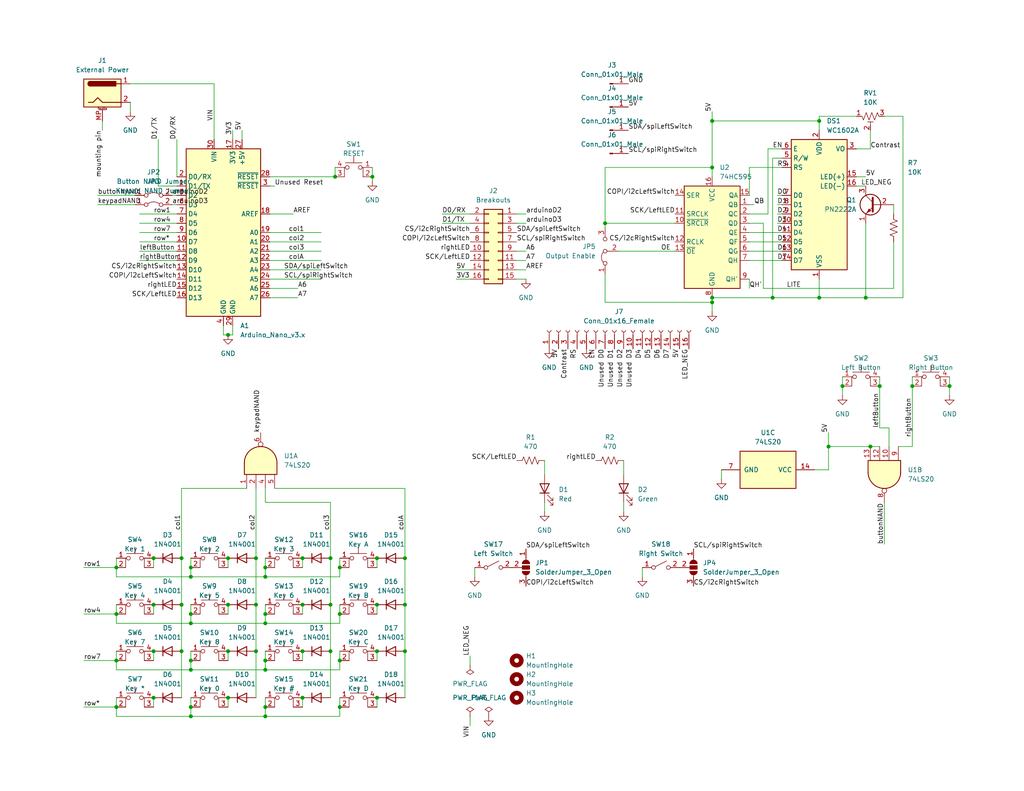
<source format=kicad_sch>
(kicad_sch (version 20211123) (generator eeschema)
  (paper "USLetter")
  (title_block (title "Cow Pi") (date "2022-08-01") (rev "mk3a") (comment 1 "5V Arduino Nano") (comment 2 "Through-Hole PCB") (comment 3 "SPI- or I2C-controlled LCD1602"))
  (junction (at 62.23 190.5))
  (junction (at 72.39 193.04))
  (junction (at 72.39 195.58))
  (junction (at 69.85 165.1))
  (junction (at 165.1 60.96))
  (junction (at 62.23 177.8))
  (junction (at 72.39 180.34))
  (junction (at 110.49 177.8))
  (junction (at 82.55 177.8))
  (junction (at 102.87 165.1))
  (junction (at 92.71 180.34))
  (junction (at 240.03 105.41))
  (junction (at 72.39 167.64))
  (junction (at 248.92 105.41))
  (junction (at 223.52 33.02))
  (junction (at 92.71 154.94))
  (junction (at 223.52 81.28))
  (junction (at 31.75 180.34))
  (junction (at 82.55 152.4))
  (junction (at 41.91 165.1))
  (junction (at 226.06 121.92))
  (junction (at 194.31 81.28))
  (junction (at 72.39 154.94))
  (junction (at 102.87 177.8))
  (junction (at 41.91 177.8))
  (junction (at 90.17 152.4))
  (junction (at 62.23 152.4))
  (junction (at 92.71 167.64))
  (junction (at 41.91 190.5))
  (junction (at 101.6 48.26))
  (junction (at 229.87 105.41))
  (junction (at 91.44 48.26))
  (junction (at 62.23 91.44))
  (junction (at 52.07 182.88))
  (junction (at 194.31 33.02))
  (junction (at 41.91 152.4))
  (junction (at 102.87 152.4))
  (junction (at 62.23 165.1))
  (junction (at 31.75 193.04))
  (junction (at 31.75 167.64))
  (junction (at 52.07 154.94))
  (junction (at 259.08 105.41))
  (junction (at 82.55 190.5))
  (junction (at 82.55 165.1))
  (junction (at 69.85 152.4))
  (junction (at 194.31 82.55))
  (junction (at 210.82 81.28))
  (junction (at 72.39 182.88))
  (junction (at 31.75 154.94))
  (junction (at 49.53 152.4))
  (junction (at 52.07 157.48))
  (junction (at 90.17 177.8))
  (junction (at 237.49 121.92))
  (junction (at 52.07 180.34))
  (junction (at 49.53 165.1))
  (junction (at 52.07 193.04))
  (junction (at 110.49 165.1))
  (junction (at 52.07 167.64))
  (junction (at 52.07 195.58))
  (junction (at 72.39 170.18))
  (junction (at 236.22 81.28))
  (junction (at 72.39 157.48))
  (junction (at 110.49 152.4))
  (junction (at 49.53 177.8))
  (junction (at 90.17 165.1))
  (junction (at 102.87 190.5))
  (junction (at 194.31 45.72))
  (junction (at 52.07 170.18))
  (junction (at 69.85 177.8))
  (junction (at 92.71 193.04))
  (wire (pts (xy 229.87 102.87) (xy 229.87 105.41)))
  (wire (pts (xy 194.31 81.28) (xy 210.82 81.28)))
  (wire (pts (xy 248.92 105.41) (xy 248.92 121.92)))
  (wire (pts (xy 72.39 190.5) (xy 72.39 193.04)))
  (wire (pts (xy 212.09 53.34) (xy 213.36 53.34)))
  (wire (pts (xy 31.75 195.58) (xy 52.07 195.58)))
  (wire (pts (xy 233.68 31.75) (xy 223.52 31.75)))
  (wire (pts (xy 175.26 154.94) (xy 175.26 157.48)))
  (wire (pts (xy 212.09 55.88) (xy 213.36 55.88)))
  (wire (pts (xy 194.31 30.48) (xy 194.31 33.02)))
  (wire (pts (xy 92.71 165.1) (xy 92.71 167.64)))
  (wire (pts (xy 69.85 133.35) (xy 69.85 152.4)))
  (wire (pts (xy 73.66 66.04) (xy 87.63 66.04)))
  (wire (pts (xy 165.1 45.72) (xy 194.31 45.72)))
  (wire (pts (xy 69.85 177.8) (xy 69.85 190.5)))
  (wire (pts (xy 170.18 137.16) (xy 170.18 139.7)))
  (wire (pts (xy 208.28 78.74) (xy 243.84 78.74)))
  (wire (pts (xy 92.71 154.94) (xy 92.71 157.48)))
  (wire (pts (xy 38.1 66.04) (xy 48.26 66.04)))
  (wire (pts (xy 52.07 167.64) (xy 52.07 170.18)))
  (wire (pts (xy 52.07 170.18) (xy 72.39 170.18)))
  (wire (pts (xy 102.87 152.4) (xy 102.87 154.94)))
  (wire (pts (xy 58.42 22.86) (xy 58.42 38.1)))
  (wire (pts (xy 102.87 190.5) (xy 102.87 193.04)))
  (wire (pts (xy 194.31 81.28) (xy 194.31 82.55)))
  (wire (pts (xy 213.36 43.18) (xy 210.82 43.18)))
  (wire (pts (xy 69.85 152.4) (xy 69.85 165.1)))
  (wire (pts (xy 204.47 66.04) (xy 213.36 66.04)))
  (wire (pts (xy 204.47 53.34) (xy 204.47 45.72)))
  (wire (pts (xy 31.75 157.48) (xy 52.07 157.48)))
  (wire (pts (xy 62.23 177.8) (xy 62.23 180.34)))
  (wire (pts (xy 52.07 193.04) (xy 52.07 195.58)))
  (wire (pts (xy 90.17 190.5) (xy 90.17 177.8)))
  (wire (pts (xy 208.28 60.96) (xy 208.28 78.74)))
  (wire (pts (xy 72.39 167.64) (xy 72.39 170.18)))
  (wire (pts (xy 31.75 152.4) (xy 31.75 154.94)))
  (wire (pts (xy 82.55 165.1) (xy 82.55 167.64)))
  (wire (pts (xy 204.47 71.12) (xy 213.36 71.12)))
  (wire (pts (xy 140.97 76.2) (xy 143.51 76.2)))
  (wire (pts (xy 41.91 152.4) (xy 41.91 154.94)))
  (wire (pts (xy 22.86 154.94) (xy 31.75 154.94)))
  (wire (pts (xy 66.04 35.56) (xy 66.04 38.1)))
  (wire (pts (xy 31.75 154.94) (xy 31.75 157.48)))
  (wire (pts (xy 46.99 53.34) (xy 48.26 53.34)))
  (wire (pts (xy 204.47 63.5) (xy 213.36 63.5)))
  (wire (pts (xy 110.49 165.1) (xy 110.49 152.4)))
  (wire (pts (xy 233.68 48.26) (xy 236.22 48.26)))
  (wire (pts (xy 120.65 58.42) (xy 128.27 58.42)))
  (wire (pts (xy 223.52 76.2) (xy 223.52 81.28)))
  (wire (pts (xy 241.3 137.16) (xy 241.3 148.59)))
  (wire (pts (xy 46.99 55.88) (xy 48.26 55.88)))
  (wire (pts (xy 165.1 60.96) (xy 165.1 45.72)))
  (wire (pts (xy 31.75 190.5) (xy 31.75 193.04)))
  (wire (pts (xy 110.49 152.4) (xy 110.49 133.35)))
  (wire (pts (xy 90.17 165.1) (xy 90.17 152.4)))
  (wire (pts (xy 243.84 78.74) (xy 243.84 66.04)))
  (wire (pts (xy 22.86 167.64) (xy 31.75 167.64)))
  (wire (pts (xy 248.92 121.92) (xy 245.11 121.92)))
  (wire (pts (xy 92.71 177.8) (xy 92.71 180.34)))
  (wire (pts (xy 26.67 55.88) (xy 36.83 55.88)))
  (wire (pts (xy 73.66 81.28) (xy 81.28 81.28)))
  (wire (pts (xy 210.82 81.28) (xy 223.52 81.28)))
  (wire (pts (xy 140.97 68.58) (xy 143.51 68.58)))
  (wire (pts (xy 226.06 128.27) (xy 226.06 121.92)))
  (wire (pts (xy 63.5 91.44) (xy 62.23 91.44)))
  (wire (pts (xy 72.39 165.1) (xy 72.39 167.64)))
  (wire (pts (xy 74.93 133.35) (xy 110.49 133.35)))
  (wire (pts (xy 212.09 58.42) (xy 213.36 58.42)))
  (wire (pts (xy 52.07 165.1) (xy 52.07 167.64)))
  (wire (pts (xy 52.07 177.8) (xy 52.07 180.34)))
  (wire (pts (xy 259.08 102.87) (xy 259.08 105.41)))
  (wire (pts (xy 52.07 180.34) (xy 52.07 182.88)))
  (wire (pts (xy 148.59 137.16) (xy 148.59 139.7)))
  (wire (pts (xy 223.52 35.56) (xy 223.52 33.02)))
  (wire (pts (xy 49.53 165.1) (xy 49.53 177.8)))
  (wire (pts (xy 49.53 177.8) (xy 49.53 190.5)))
  (wire (pts (xy 82.55 190.5) (xy 82.55 193.04)))
  (wire (pts (xy 242.57 116.84) (xy 242.57 121.92)))
  (wire (pts (xy 92.71 182.88) (xy 92.71 180.34)))
  (wire (pts (xy 204.47 55.88) (xy 205.74 55.88)))
  (wire (pts (xy 52.07 182.88) (xy 72.39 182.88)))
  (wire (pts (xy 62.23 190.5) (xy 62.23 193.04)))
  (wire (pts (xy 240.03 102.87) (xy 240.03 105.41)))
  (wire (pts (xy 31.75 177.8) (xy 31.75 180.34)))
  (wire (pts (xy 31.75 182.88) (xy 52.07 182.88)))
  (wire (pts (xy 60.96 91.44) (xy 62.23 91.44)))
  (wire (pts (xy 72.39 180.34) (xy 72.39 182.88)))
  (wire (pts (xy 226.06 121.92) (xy 237.49 121.92)))
  (wire (pts (xy 22.86 180.34) (xy 31.75 180.34)))
  (wire (pts (xy 246.38 81.28) (xy 246.38 31.75)))
  (wire (pts (xy 237.49 40.64) (xy 237.49 35.56)))
  (wire (pts (xy 73.66 50.8) (xy 74.93 50.8)))
  (wire (pts (xy 82.55 177.8) (xy 82.55 180.34)))
  (wire (pts (xy 204.47 76.2) (xy 204.47 78.74)))
  (wire (pts (xy 194.31 45.72) (xy 194.31 48.26)))
  (wire (pts (xy 204.47 58.42) (xy 209.55 58.42)))
  (wire (pts (xy 90.17 152.4) (xy 90.17 137.16)))
  (wire (pts (xy 128.27 179.07) (xy 128.27 181.61)))
  (wire (pts (xy 26.67 53.34) (xy 36.83 53.34)))
  (wire (pts (xy 31.75 170.18) (xy 52.07 170.18)))
  (wire (pts (xy 168.91 68.58) (xy 184.15 68.58)))
  (wire (pts (xy 35.56 22.86) (xy 58.42 22.86)))
  (wire (pts (xy 72.39 193.04) (xy 72.39 195.58)))
  (wire (pts (xy 38.1 63.5) (xy 48.26 63.5)))
  (wire (pts (xy 165.1 74.93) (xy 165.1 82.55)))
  (wire (pts (xy 31.75 167.64) (xy 31.75 170.18)))
  (wire (pts (xy 246.38 31.75) (xy 241.3 31.75)))
  (wire (pts (xy 223.52 33.02) (xy 194.31 33.02)))
  (wire (pts (xy 43.18 50.8) (xy 43.18 38.1)))
  (wire (pts (xy 212.09 60.96) (xy 213.36 60.96)))
  (wire (pts (xy 38.1 58.42) (xy 48.26 58.42)))
  (wire (pts (xy 196.85 128.27) (xy 196.85 130.81)))
  (wire (pts (xy 73.66 76.2) (xy 87.63 76.2)))
  (wire (pts (xy 101.6 45.72) (xy 101.6 48.26)))
  (wire (pts (xy 204.47 60.96) (xy 208.28 60.96)))
  (wire (pts (xy 229.87 105.41) (xy 229.87 107.95)))
  (wire (pts (xy 240.03 105.41) (xy 240.03 116.84)))
  (wire (pts (xy 31.75 180.34) (xy 31.75 182.88)))
  (wire (pts (xy 67.31 133.35) (xy 49.53 133.35)))
  (wire (pts (xy 72.39 157.48) (xy 92.71 157.48)))
  (wire (pts (xy 140.97 60.96) (xy 143.51 60.96)))
  (wire (pts (xy 140.97 58.42) (xy 143.51 58.42)))
  (wire (pts (xy 194.31 82.55) (xy 194.31 85.09)))
  (wire (pts (xy 22.86 193.04) (xy 31.75 193.04)))
  (wire (pts (xy 41.91 190.5) (xy 41.91 193.04)))
  (wire (pts (xy 72.39 182.88) (xy 92.71 182.88)))
  (wire (pts (xy 210.82 43.18) (xy 210.82 81.28)))
  (wire (pts (xy 62.23 165.1) (xy 62.23 167.64)))
  (wire (pts (xy 124.46 73.66) (xy 128.27 73.66)))
  (wire (pts (xy 72.39 137.16) (xy 90.17 137.16)))
  (wire (pts (xy 35.56 27.94) (xy 35.56 30.48)))
  (wire (pts (xy 248.92 102.87) (xy 248.92 105.41)))
  (wire (pts (xy 38.1 60.96) (xy 48.26 60.96)))
  (wire (pts (xy 223.52 31.75) (xy 223.52 33.02)))
  (wire (pts (xy 90.17 177.8) (xy 90.17 165.1)))
  (wire (pts (xy 243.84 55.88) (xy 243.84 58.42)))
  (wire (pts (xy 233.68 40.64) (xy 237.49 40.64)))
  (wire (pts (xy 92.71 170.18) (xy 92.71 167.64)))
  (wire (pts (xy 63.5 35.56) (xy 63.5 38.1)))
  (wire (pts (xy 52.07 154.94) (xy 52.07 157.48)))
  (wire (pts (xy 236.22 81.28) (xy 246.38 81.28)))
  (wire (pts (xy 73.66 73.66) (xy 87.63 73.66)))
  (wire (pts (xy 102.87 165.1) (xy 102.87 167.64)))
  (wire (pts (xy 72.39 195.58) (xy 92.71 195.58)))
  (wire (pts (xy 226.06 118.11) (xy 226.06 121.92)))
  (wire (pts (xy 204.47 45.72) (xy 213.36 45.72)))
  (wire (pts (xy 49.53 152.4) (xy 49.53 165.1)))
  (wire (pts (xy 41.91 165.1) (xy 41.91 167.64)))
  (wire (pts (xy 204.47 68.58) (xy 213.36 68.58)))
  (wire (pts (xy 170.18 125.73) (xy 170.18 129.54)))
  (wire (pts (xy 52.07 190.5) (xy 52.07 193.04)))
  (wire (pts (xy 209.55 58.42) (xy 209.55 40.64)))
  (wire (pts (xy 38.1 68.58) (xy 48.26 68.58)))
  (wire (pts (xy 165.1 82.55) (xy 194.31 82.55)))
  (wire (pts (xy 91.44 45.72) (xy 91.44 48.26)))
  (wire (pts (xy 73.66 78.74) (xy 81.28 78.74)))
  (wire (pts (xy 72.39 133.35) (xy 72.39 137.16)))
  (wire (pts (xy 194.31 33.02) (xy 194.31 45.72)))
  (wire (pts (xy 124.46 76.2) (xy 128.27 76.2)))
  (wire (pts (xy 62.23 152.4) (xy 62.23 154.94)))
  (wire (pts (xy 148.59 125.73) (xy 148.59 129.54)))
  (wire (pts (xy 240.03 116.84) (xy 242.57 116.84)))
  (wire (pts (xy 165.1 60.96) (xy 165.1 62.23)))
  (wire (pts (xy 38.1 71.12) (xy 48.26 71.12)))
  (wire (pts (xy 92.71 152.4) (xy 92.71 154.94)))
  (wire (pts (xy 52.07 157.48) (xy 72.39 157.48)))
  (wire (pts (xy 31.75 193.04) (xy 31.75 195.58)))
  (wire (pts (xy 69.85 165.1) (xy 69.85 177.8)))
  (wire (pts (xy 72.39 154.94) (xy 72.39 157.48)))
  (wire (pts (xy 110.49 190.5) (xy 110.49 177.8)))
  (wire (pts (xy 128.27 195.58) (xy 128.27 198.12)))
  (wire (pts (xy 237.49 121.92) (xy 240.03 121.92)))
  (wire (pts (xy 63.5 88.9) (xy 63.5 91.44)))
  (wire (pts (xy 49.53 133.35) (xy 49.53 152.4)))
  (wire (pts (xy 209.55 40.64) (xy 213.36 40.64)))
  (wire (pts (xy 259.08 105.41) (xy 259.08 107.95)))
  (wire (pts (xy 165.1 60.96) (xy 184.15 60.96)))
  (wire (pts (xy 31.75 165.1) (xy 31.75 167.64)))
  (wire (pts (xy 73.66 71.12) (xy 87.63 71.12)))
  (wire (pts (xy 233.68 50.8) (xy 236.22 50.8)))
  (wire (pts (xy 52.07 152.4) (xy 52.07 154.94)))
  (wire (pts (xy 82.55 152.4) (xy 82.55 154.94)))
  (wire (pts (xy 92.71 190.5) (xy 92.71 193.04)))
  (wire (pts (xy 41.91 177.8) (xy 41.91 180.34)))
  (wire (pts (xy 48.26 38.1) (xy 48.26 48.26)))
  (wire (pts (xy 60.96 88.9) (xy 60.96 91.44)))
  (wire (pts (xy 92.71 195.58) (xy 92.71 193.04)))
  (wire (pts (xy 102.87 177.8) (xy 102.87 180.34)))
  (wire (pts (xy 72.39 152.4) (xy 72.39 154.94)))
  (wire (pts (xy 73.66 68.58) (xy 87.63 68.58)))
  (wire (pts (xy 140.97 71.12) (xy 143.51 71.12)))
  (wire (pts (xy 101.6 48.26) (xy 101.6 49.53)))
  (wire (pts (xy 48.26 50.8) (xy 43.18 50.8)))
  (wire (pts (xy 140.97 73.66) (xy 143.51 73.66)))
  (wire (pts (xy 72.39 177.8) (xy 72.39 180.34)))
  (wire (pts (xy 27.94 33.02) (xy 27.94 35.56)))
  (wire (pts (xy 73.66 58.42) (xy 80.01 58.42)))
  (wire (pts (xy 222.25 128.27) (xy 226.06 128.27)))
  (wire (pts (xy 73.66 63.5) (xy 87.63 63.5)))
  (wire (pts (xy 236.22 81.28) (xy 223.52 81.28)))
  (wire (pts (xy 72.39 170.18) (xy 92.71 170.18)))
  (wire (pts (xy 236.22 60.96) (xy 236.22 81.28)))
  (wire (pts (xy 120.65 60.96) (xy 128.27 60.96)))
  (wire (pts (xy 110.49 177.8) (xy 110.49 165.1)))
  (wire (pts (xy 73.66 48.26) (xy 91.44 48.26)))
  (wire (pts (xy 52.07 195.58) (xy 72.39 195.58)))
  (wire (pts (xy 129.54 154.94) (xy 129.54 157.48)))
  (label "rightLED" (at 162.56 125.73 180))
  (label "keypadNAND" (at 26.67 55.88 0))
  (label "AREF" (at 80.01 58.42 0))
  (label "D3" (at 212.09 60.96 0))
  (label "CS{slash}i2cRightSwitch" (at 189.23 160.02 0))
  (label "Unused Reset" (at 74.93 50.8 0))
  (label "buttonNAND" (at 26.67 53.34 0))
  (label "5V" (at 124.46 73.66 0))
  (label "SCL{slash}spiRightSwitch" (at 171.45 41.91 0))
  (label "SCK{slash}LeftLED" (at 128.27 71.12 180))
  (label "colA" (at 78.74 71.12 0))
  (label "D5" (at 212.09 66.04 0))
  (label "Unused D3" (at 172.72 95.25 270))
  (label "arduinoD3" (at 143.51 60.96 0))
  (label "3V3" (at 63.5 36.83 90))
  (label "SDA{slash}spiLeftSwitch" (at 140.97 63.5 0))
  (label "row4" (at 22.86 167.64 0))
  (label "5V" (at 236.22 48.26 0))
  (label "D0{slash}RX" (at 48.26 38.1 90))
  (label "row7" (at 22.86 180.34 0))
  (label "row1" (at 41.91 58.42 0))
  (label "LED_NEG" (at 128.27 179.07 90))
  (label "row*" (at 41.91 66.04 0))
  (label "rightButton" (at 38.1 71.12 0))
  (label "SCL{slash}spiRightSwitch" (at 140.97 66.04 0))
  (label "mounting pin" (at 27.94 35.56 270))
  (label "row*" (at 22.86 193.04 0))
  (label "D0" (at 212.09 53.34 0))
  (label "D7" (at 182.88 95.25 270))
  (label "D7" (at 212.09 71.12 0))
  (label "leftButton" (at 38.1 68.58 0))
  (label "CS{slash}i2cRightSwitch" (at 48.26 73.66 180))
  (label "VIN" (at 58.42 33.02 90))
  (label "col3" (at 78.74 68.58 0))
  (label "row7" (at 41.91 63.5 0))
  (label "COPI{slash}i2cLeftSwitch" (at 128.27 66.04 180))
  (label "COPI{slash}i2cLeftSwitch" (at 184.15 53.34 180))
  (label "arduinoD3" (at 46.99 55.88 0))
  (label "AREF" (at 143.51 73.66 0))
  (label "keypadNAND" (at 71.12 118.11 90))
  (label "EN" (at 162.56 95.25 270))
  (label "COPI{slash}i2cLeftSwitch" (at 143.51 160.02 0))
  (label "D1" (at 212.09 55.88 0))
  (label "QB" (at 205.74 55.88 0))
  (label "EN" (at 210.82 40.64 0))
  (label "COPI{slash}i2cLeftSwitch" (at 48.26 76.2 180))
  (label "LITE" (at 214.63 78.74 0))
  (label "A7" (at 143.51 71.12 0))
  (label "SCK{slash}LeftLED" (at 184.15 58.42 180))
  (label "SCL{slash}spiRightSwitch" (at 189.23 149.86 0))
  (label "SDA{slash}spiLeftSwitch" (at 77.47 73.66 0))
  (label "5V" (at 226.06 118.11 90))
  (label "rightLED" (at 48.26 78.74 180))
  (label "D5" (at 177.8 95.25 270))
  (label "5V" (at 194.31 30.48 90))
  (label "colA" (at 110.49 144.78 90))
  (label "5V" (at 185.42 95.25 270))
  (label "D4" (at 212.09 63.5 0))
  (label "row4" (at 41.91 60.96 0))
  (label "A6" (at 81.28 78.74 0))
  (label "CS{slash}i2cRightSwitch" (at 128.27 63.5 180))
  (label "col1" (at 49.53 144.78 90))
  (label "CS{slash}i2cRightSwitch" (at 184.15 66.04 180))
  (label "buttonNAND" (at 241.3 148.59 90))
  (label "D0{slash}RX" (at 120.65 58.42 0))
  (label "LED_NEG" (at 187.96 95.25 270))
  (label "leftButton" (at 240.03 116.84 90))
  (label "5V" (at 66.04 35.56 90))
  (label "5V" (at 171.45 29.21 0))
  (label "D2" (at 212.09 58.42 0))
  (label "rightLED" (at 128.27 68.58 180))
  (label "SDA{slash}spiLeftSwitch" (at 171.45 35.56 0))
  (label "D4" (at 175.26 95.25 270))
  (label "Unused D2" (at 170.18 95.25 270))
  (label "SCL{slash}spiRightSwitch" (at 77.47 76.2 0))
  (label "SCK{slash}LeftLED" (at 48.26 81.28 180))
  (label "VIN" (at 128.27 198.12 270))
  (label "col2" (at 69.85 144.78 90))
  (label "col1" (at 78.74 63.5 0))
  (label "D6" (at 180.34 95.25 270))
  (label "QH'" (at 204.47 78.74 0))
  (label "A7" (at 81.28 81.28 0))
  (label "col2" (at 78.74 66.04 0))
  (label "LED_NEG" (at 234.95 50.8 0))
  (label "3V3" (at 124.46 76.2 0))
  (label "arduinoD2" (at 46.99 53.34 0))
  (label "D1{slash}TX" (at 120.65 60.96 0))
  (label "D1{slash}TX" (at 43.18 38.1 90))
  (label "Contrast" (at 237.49 40.64 0))
  (label "D6" (at 212.09 68.58 0))
  (label "rightButton" (at 248.92 119.38 90))
  (label "row1" (at 22.86 154.94 0))
  (label "SDA{slash}spiLeftSwitch" (at 143.51 149.86 0))
  (label "col3" (at 90.17 144.78 90))
  (label "Contrast" (at 154.94 95.25 270))
  (label "Unused D0" (at 165.1 95.25 270))
  (label "Unused D1" (at 167.64 95.25 270))
  (label "RS" (at 212.09 45.72 0))
  (label "A6" (at 143.51 68.58 0))
  (label "OE" (at 180.34 68.58 0))
  (label "5V" (at 152.4 95.25 270))
  (label "SCK{slash}LeftLED" (at 140.97 125.73 180))
  (label "GND" (at 171.45 22.86 0))
  (label "arduinoD2" (at 143.51 58.42 0))
  (label "RS" (at 157.48 95.25 270))
  (symbol (lib_id "Switch:SW_MEC_5E") (at 254 105.41 0) (unit 1)
    (property "Reference" "SW3" (at 254 97.79 0))
    (property "Value" "Right Button" (at 254 100.33 0))
    (property "Footprint" "Button_Switch_THT:SW_PUSH_6mm_H5mm" (effects hide))
    (property "Datasheet" "http://www.apem.com/int/index.php?controller=attachment&id_attachment=1371" (effects hide))
  )
  (symbol (lib_id "power:GND") (at 143.51 76.2 0) (unit 1)
    (property "Reference" "#PWR016" (effects hide))
    (property "Value" "GND" (at 143.51 81.28 0))
  )
  (symbol (lib_id "Connector:Conn_01x01_Male") (at 166.37 35.56 0) (unit 1)
    (property "Reference" "J5" (at 167.005 30.48 0))
    (property "Value" "Conn_01x01_Male" (at 167.005 33.02 0))
    (property "Footprint" "TestPoint_Pad_D2.0mm" (effects hide))
  )
  (symbol (lib_id "Switch:SW_MEC_5E") (at 97.79 167.64 0) (unit 1)
    (property "Reference" "SW19" (at 97.79 160.02 0))
    (property "Value" "Key B" (at 97.79 162.56 0))
    (property "Footprint" "Button_Switch_THT:SW_PUSH_6mm_H5mm" (effects hide))
    (property "Datasheet" "http://www.apem.com/int/index.php?controller=attachment&id_attachment=1371" (effects hide))
  )
  (symbol (lib_id "Diode:1N4001") (at 86.36 177.8 0) (unit 1)
    (property "Reference" "D13" (at 86.36 171.45 0))
    (property "Value" "1N4001" (at 86.36 173.99 0))
    (property "Footprint" "Diode_THT:D_DO-41_SOD81_P10.16mm_Horizontal" (effects hide))
    (property "Datasheet" "http://www.vishay.com/docs/88503/1n4001.pdf" (effects hide))
  )
  (symbol (lib_id "Diode:1N4001") (at 66.04 190.5 0) (unit 1)
    (property "Reference" "D10" (at 66.04 184.15 0))
    (property "Value" "1N4001" (at 66.04 186.69 0))
    (property "Footprint" "Diode_THT:D_DO-41_SOD81_P10.16mm_Horizontal" (effects hide))
    (property "Datasheet" "http://www.vishay.com/docs/88503/1n4001.pdf" (effects hide))
  )
  (symbol (lib_id "Jumper:SolderJumper_3_Open") (at 143.51 154.94 270) (unit 1)
    (property "Reference" "JP1" (at 146.05 153.6699 90) (effects (justify left)))
    (property "Value" "SolderJumper_3_Open" (at 146.05 156.2099 90) (effects (justify left)))
    (property "Footprint" "Jumper:SolderJumper-3_P1.3mm_Open_RoundedPad1.0x1.5mm" (effects hide))
  )
  (symbol (lib_id "MCU_Module:Arduino_Nano_v3.x") (at 60.96 63.5 0) (unit 1)
    (property "Reference" "A1" (at 65.5194 88.9 0) (effects (justify left)))
    (property "Value" "Arduino_Nano_v3.x" (at 65.5194 91.44 0) (effects (justify left)))
    (property "Footprint" "Module:Arduino_Nano" (effects hide))
    (property "Datasheet" "http://www.mouser.com/pdfdocs/Gravitech_Arduino_Nano3_0.pdf" (effects hide))
  )
  (symbol (lib_id "Diode:1N4001") (at 86.36 152.4 0) (unit 1)
    (property "Reference" "D11" (at 86.36 146.05 0))
    (property "Value" "1N4001" (at 86.36 148.59 0))
    (property "Footprint" "Diode_THT:D_DO-41_SOD81_P10.16mm_Horizontal" (effects hide))
    (property "Datasheet" "http://www.vishay.com/docs/88503/1n4001.pdf" (effects hide))
  )
  (symbol (lib_id "Switch:SW_MEC_5E") (at 77.47 154.94 0) (unit 1)
    (property "Reference" "SW12" (at 77.47 147.32 0))
    (property "Value" "Key 3" (at 77.47 149.86 0))
    (property "Footprint" "Button_Switch_THT:SW_PUSH_6mm_H5mm" (effects hide))
    (property "Datasheet" "http://www.apem.com/int/index.php?controller=attachment&id_attachment=1371" (effects hide))
  )
  (symbol (lib_id "Jumper:SolderJumper_3_Open") (at 189.23 154.94 270) (unit 1)
    (property "Reference" "JP4" (at 191.77 153.6699 90) (effects (justify left)))
    (property "Value" "SolderJumper_3_Open" (at 191.77 156.2099 90) (effects (justify left)))
    (property "Footprint" "Jumper:SolderJumper-3_P1.3mm_Open_RoundedPad1.0x1.5mm" (effects hide))
  )
  (symbol (lib_id "74xx:74LS20") (at 71.12 125.73 90) (unit 1)
    (property "Reference" "U1" (at 77.47 124.4599 90) (effects (justify right)))
    (property "Value" "74LS20" (at 77.47 126.9999 90) (effects (justify right)))
    (property "Footprint" "Package_DIP:DIP-14_W7.62mm_Socket" (effects hide))
    (property "Datasheet" "http://www.ti.com/lit/gpn/sn74LS20" (effects hide))
  )
  (symbol (lib_id "power:GND") (at 229.87 107.95 0) (unit 1)
    (property "Reference" "#PWR07" (effects hide))
    (property "Value" "GND" (at 229.87 113.03 0))
  )
  (symbol (lib_id "Device:R_Potentiometer_Trim_US") (at 237.49 31.75 90) (mirror x) (unit 1)
    (property "Reference" "RV1" (at 237.49 25.4 90))
    (property "Value" "10K" (at 237.49 27.94 90))
    (property "Footprint" "Potentiometer_THT:Potentiometer_Vishay_248GJ-249GJ_Single_Vertical" (effects hide))
  )
  (symbol (lib_id "power:GND") (at 259.08 107.95 0) (unit 1)
    (property "Reference" "#PWR08" (effects hide))
    (property "Value" "GND" (at 259.08 113.03 0))
  )
  (symbol (lib_id "Switch:SW_SPST") (at 180.34 154.94 0) (unit 1)
    (property "Reference" "SW18" (at 180.34 148.59 0))
    (property "Value" "Right Switch" (at 180.34 151.13 0))
    (property "Footprint" "Button_Switch_THT:SW_Slide_1P2T_CK_OS102011MS2Q" (effects hide))
  )
  (symbol (lib_id "power:PWR_FLAG") (at 128.27 195.58 0) (unit 1)
    (property "Reference" "#FLG05" (effects hide))
    (property "Value" "PWR_FLAG" (at 128.27 190.5 0))
  )
  (symbol (lib_id "Display_Character:WC1602A") (at 223.52 55.88 0) (unit 1)
    (property "Reference" "DS1" (at 225.5394 33.02 0) (effects (justify left)))
    (property "Value" "WC1602A" (at 225.5394 35.56 0) (effects (justify left)))
    (property "Footprint" "Display:WC1602A" (effects hide))
    (property "Datasheet" "http://www.wincomlcd.com/pdf/WC1602A-SFYLYHTC06.pdf" (effects hide))
  )
  (symbol (lib_id "power:PWR_FLAG") (at 128.27 181.61 180) (unit 1)
    (property "Reference" "#FLG04" (effects hide))
    (property "Value" "PWR_FLAG" (at 128.27 186.69 0))
  )
  (symbol (lib_id "Switch:SW_MEC_5E") (at 36.83 167.64 0) (unit 1)
    (property "Reference" "SW5" (at 36.83 160.02 0))
    (property "Value" "Key 4" (at 36.83 162.56 0))
    (property "Footprint" "Button_Switch_THT:SW_PUSH_6mm_H5mm" (effects hide))
    (property "Datasheet" "http://www.apem.com/int/index.php?controller=attachment&id_attachment=1371" (effects hide))
  )
  (symbol (lib_id "power:GND") (at 62.23 91.44 0) (unit 1)
    (property "Reference" "#PWR06" (effects hide))
    (property "Value" "GND" (at 62.23 96.52 0))
  )
  (symbol (lib_id "Switch:SW_MEC_5E") (at 36.83 193.04 0) (unit 1)
    (property "Reference" "SW7" (at 36.83 185.42 0))
    (property "Value" "Key *" (at 36.83 187.96 0))
    (property "Footprint" "Button_Switch_THT:SW_PUSH_6mm_H5mm" (effects hide))
    (property "Datasheet" "http://www.apem.com/int/index.php?controller=attachment&id_attachment=1371" (effects hide))
  )
  (symbol (lib_id "Switch:SW_MEC_5E") (at 96.52 48.26 0) (mirror y) (unit 1)
    (property "Reference" "SW1" (at 96.52 39.37 0))
    (property "Value" "RESET" (at 96.52 41.91 0))
    (property "Footprint" "Button_Switch_THT:SW_PUSH_6mm_H5mm" (effects hide))
    (property "Datasheet" "http://www.apem.com/int/index.php?controller=attachment&id_attachment=1371" (effects hide))
  )
  (symbol (lib_id "Diode:1N4001") (at 45.72 190.5 0) (unit 1)
    (property "Reference" "D6" (at 45.72 184.15 0))
    (property "Value" "1N4001" (at 45.72 186.69 0))
    (property "Footprint" "Diode_THT:D_DO-41_SOD81_P10.16mm_Horizontal" (effects hide))
    (property "Datasheet" "http://www.vishay.com/docs/88503/1n4001.pdf" (effects hide))
  )
  (symbol (lib_id "power:GND") (at 129.54 157.48 0) (unit 1)
    (property "Reference" "#PWR04" (effects hide))
    (property "Value" "GND" (at 129.54 162.56 0))
  )
  (symbol (lib_id "Diode:1N4001") (at 66.04 177.8 0) (unit 1)
    (property "Reference" "D9" (at 66.04 171.45 0))
    (property "Value" "1N4001" (at 66.04 173.99 0))
    (property "Footprint" "Diode_THT:D_DO-41_SOD81_P10.16mm_Horizontal" (effects hide))
    (property "Datasheet" "http://www.vishay.com/docs/88503/1n4001.pdf" (effects hide))
  )
  (symbol (lib_id "power:GND") (at 194.31 85.09 0) (unit 1)
    (property "Reference" "#PWR013" (effects hide))
    (property "Value" "GND" (at 194.31 90.17 0))
  )
  (symbol (lib_id "Switch:SW_MEC_5E") (at 57.15 180.34 0) (unit 1)
    (property "Reference" "SW10" (at 57.15 172.72 0))
    (property "Value" "Key 8" (at 57.15 175.26 0))
    (property "Footprint" "Button_Switch_THT:SW_PUSH_6mm_H5mm" (effects hide))
    (property "Datasheet" "http://www.apem.com/int/index.php?controller=attachment&id_attachment=1371" (effects hide))
  )
  (symbol (lib_id "Switch:SW_MEC_5E") (at 234.95 105.41 0) (unit 1)
    (property "Reference" "SW2" (at 234.95 97.79 0))
    (property "Value" "Left Button" (at 234.95 100.33 0))
    (property "Footprint" "Button_Switch_THT:SW_PUSH_6mm_H5mm" (effects hide))
    (property "Datasheet" "http://www.apem.com/int/index.php?controller=attachment&id_attachment=1371" (effects hide))
  )
  (symbol (lib_id "Jumper:Jumper_2_Bridged") (at 41.91 53.34 0) (unit 1)
    (property "Reference" "JP2" (at 41.91 46.99 0))
    (property "Value" "Button NAND Jumper" (at 41.91 49.53 0))
    (property "Footprint" "Connector_PinHeader_2.54mm:PinHeader_1x02_P2.54mm_Vertical" (effects hide))
  )
  (symbol (lib_id "Mechanical:MountingHole") (at 140.97 185.42 0) (unit 1)
    (property "Reference" "H2" (at 143.51 184.1499 0) (effects (justify left)))
    (property "Value" "MountingHole" (at 143.51 186.6899 0) (effects (justify left)))
    (property "Footprint" "MountingHole:MountingHole_3mm_Pad" (effects hide))
  )
  (symbol (lib_id "Switch:SW_MEC_5E") (at 57.15 154.94 0) (unit 1)
    (property "Reference" "SW8" (at 57.15 147.32 0))
    (property "Value" "Key 2" (at 57.15 149.86 0))
    (property "Footprint" "Button_Switch_THT:SW_PUSH_6mm_H5mm" (effects hide))
    (property "Datasheet" "http://www.apem.com/int/index.php?controller=attachment&id_attachment=1371" (effects hide))
  )
  (symbol (lib_id "Diode:1N4001") (at 45.72 177.8 0) (unit 1)
    (property "Reference" "D5" (at 45.72 171.45 0))
    (property "Value" "1N4001" (at 45.72 173.99 0))
    (property "Footprint" "Diode_THT:D_DO-41_SOD81_P10.16mm_Horizontal" (effects hide))
    (property "Datasheet" "http://www.vishay.com/docs/88503/1n4001.pdf" (effects hide))
  )
  (symbol (lib_id "Switch:SW_MEC_5E") (at 77.47 193.04 0) (unit 1)
    (property "Reference" "SW15" (at 77.47 185.42 0))
    (property "Value" "Key #" (at 77.47 187.96 0))
    (property "Footprint" "Button_Switch_THT:SW_PUSH_6mm_H5mm" (effects hide))
    (property "Datasheet" "http://www.apem.com/int/index.php?controller=attachment&id_attachment=1371" (effects hide))
  )
  (symbol (lib_id "Diode:1N4001") (at 106.68 152.4 0) (unit 1)
    (property "Reference" "D15" (at 106.68 146.05 0))
    (property "Value" "1N4001" (at 106.68 148.59 0))
    (property "Footprint" "Diode_THT:D_DO-41_SOD81_P10.16mm_Horizontal" (effects hide))
    (property "Datasheet" "http://www.vishay.com/docs/88503/1n4001.pdf" (effects hide))
  )
  (symbol (lib_id "74xx:74HC595") (at 194.31 63.5 0) (unit 1)
    (property "Reference" "U2" (at 196.3294 45.72 0) (effects (justify left)))
    (property "Value" "74HC595" (at 196.3294 48.26 0) (effects (justify left)))
    (property "Footprint" "Package_DIP:DIP-16_W7.62mm_Socket" (effects hide))
    (property "Datasheet" "http://www.ti.com/lit/ds/symlink/sn74hc595.pdf" (effects hide))
  )
  (symbol (lib_id "Switch:SW_MEC_5E") (at 97.79 193.04 0) (unit 1)
    (property "Reference" "SW21" (at 97.79 185.42 0))
    (property "Value" "Key D" (at 97.79 187.96 0))
    (property "Footprint" "Button_Switch_THT:SW_PUSH_6mm_H5mm" (effects hide))
    (property "Datasheet" "http://www.apem.com/int/index.php?controller=attachment&id_attachment=1371" (effects hide))
  )
  (symbol (lib_id "Switch:SW_MEC_5E") (at 57.15 167.64 0) (unit 1)
    (property "Reference" "SW9" (at 57.15 160.02 0))
    (property "Value" "Key 5" (at 57.15 162.56 0))
    (property "Footprint" "Button_Switch_THT:SW_PUSH_6mm_H5mm" (effects hide))
    (property "Datasheet" "http://www.apem.com/int/index.php?controller=attachment&id_attachment=1371" (effects hide))
  )
  (symbol (lib_id "Switch:SW_MEC_5E") (at 57.15 193.04 0) (unit 1)
    (property "Reference" "SW11" (at 57.15 185.42 0))
    (property "Value" "Key 0" (at 57.15 187.96 0))
    (property "Footprint" "Button_Switch_THT:SW_PUSH_6mm_H5mm" (effects hide))
    (property "Datasheet" "http://www.apem.com/int/index.php?controller=attachment&id_attachment=1371" (effects hide))
  )
  (symbol (lib_id "Diode:1N4001") (at 45.72 152.4 0) (unit 1)
    (property "Reference" "D3" (at 45.72 146.05 0))
    (property "Value" "1N4001" (at 45.72 148.59 0))
    (property "Footprint" "Diode_THT:D_DO-41_SOD81_P10.16mm_Horizontal" (effects hide))
    (property "Datasheet" "http://www.vishay.com/docs/88503/1n4001.pdf" (effects hide))
  )
  (symbol (lib_id "Connector:Conn_01x01_Male") (at 166.37 29.21 0) (unit 1)
    (property "Reference" "J4" (at 167.005 24.13 0))
    (property "Value" "Conn_01x01_Male" (at 167.005 26.67 0))
    (property "Footprint" "TestPoint_Pad_D2.0mm" (effects hide))
  )
  (symbol (lib_id "Transistor_BJT:PN2222A") (at 238.76 55.88 0) (mirror y) (unit 1)
    (property "Reference" "Q1" (at 233.68 54.6099 0) (effects (justify left)))
    (property "Value" "PN2222A" (at 233.68 57.1499 0) (effects (justify left)))
    (property "Footprint" "Package_TO_SOT_THT:TO-92_Inline" (effects hide))
    (property "Datasheet" "https://www.onsemi.com/pub/Collateral/PN2222-D.PDF" (effects hide))
  )
  (symbol (lib_id "power:GND") (at 170.18 139.7 0) (unit 1)
    (property "Reference" "#PWR03" (effects hide))
    (property "Value" "GND" (at 170.18 144.78 0))
  )
  (symbol (lib_id "Switch:SW_MEC_5E") (at 77.47 180.34 0) (unit 1)
    (property "Reference" "SW14" (at 77.47 172.72 0))
    (property "Value" "Key 9" (at 77.47 175.26 0))
    (property "Footprint" "Button_Switch_THT:SW_PUSH_6mm_H5mm" (effects hide))
    (property "Datasheet" "http://www.apem.com/int/index.php?controller=attachment&id_attachment=1371" (effects hide))
  )
  (symbol (lib_id "power:GND") (at 148.59 139.7 0) (unit 1)
    (property "Reference" "#PWR02" (effects hide))
    (property "Value" "GND" (at 148.59 144.78 0))
  )
  (symbol (lib_id "power:GND") (at 196.85 130.81 0) (unit 1)
    (property "Reference" "#PWR010" (effects hide))
    (property "Value" "GND" (at 196.85 135.89 0))
  )
  (symbol (lib_id "74xx:74LS20") (at 241.3 129.54 270) (unit 2)
    (property "Reference" "U1" (at 247.65 128.2699 90) (effects (justify left)))
    (property "Value" "74LS20" (at 247.65 130.8099 90) (effects (justify left)))
    (property "Footprint" "Package_DIP:DIP-14_W7.62mm_Socket" (effects hide))
    (property "Datasheet" "http://www.ti.com/lit/gpn/sn74LS20" (effects hide))
  )
  (symbol (lib_id "Connector:Barrel_Jack_MountingPin") (at 27.94 25.4 0) (unit 1)
    (property "Reference" "J1" (at 27.94 16.51 0))
    (property "Value" "External Power" (at 27.94 19.05 0))
    (property "Footprint" "Connector_BarrelJack:BarrelJack_Horizontal" (effects hide))
  )
  (symbol (lib_id "Device:R_US") (at 144.78 125.73 90) (unit 1)
    (property "Reference" "R1" (at 144.78 119.38 90))
    (property "Value" "470" (at 144.78 121.92 90))
    (property "Footprint" "Resistor_THT:R_Axial_DIN0309_L9.0mm_D3.2mm_P12.70mm_Horizontal" (effects hide))
  )
  (symbol (lib_id "Switch:SW_MEC_5E") (at 97.79 154.94 0) (unit 1)
    (property "Reference" "SW16" (at 97.79 146.05 0))
    (property "Value" "Key A" (at 97.79 148.59 0))
    (property "Footprint" "Button_Switch_THT:SW_PUSH_6mm_H5mm" (effects hide))
    (property "Datasheet" "http://www.apem.com/int/index.php?controller=attachment&id_attachment=1371" (effects hide))
  )
  (symbol (lib_id "Switch:SW_MEC_5E") (at 77.47 167.64 0) (unit 1)
    (property "Reference" "SW13" (at 77.47 160.02 0))
    (property "Value" "Key 6" (at 77.47 162.56 0))
    (property "Footprint" "Button_Switch_THT:SW_PUSH_6mm_H5mm" (effects hide))
    (property "Datasheet" "http://www.apem.com/int/index.php?controller=attachment&id_attachment=1371" (effects hide))
  )
  (symbol (lib_id "74xx:74LS20") (at 209.55 128.27 270) (unit 3)
    (property "Reference" "U1" (at 209.55 118.11 90))
    (property "Value" "74LS20" (at 209.55 120.65 90))
    (property "Footprint" "Package_DIP:DIP-14_W7.62mm_Socket" (effects hide))
    (property "Datasheet" "http://www.ti.com/lit/gpn/sn74LS20" (effects hide))
  )
  (symbol (lib_id "Connector:Conn_01x01_Male") (at 166.37 22.86 0) (unit 1)
    (property "Reference" "J3" (at 167.005 17.78 0))
    (property "Value" "Conn_01x01_Male" (at 167.005 20.32 0))
    (property "Footprint" "TestPoint_Pad_D2.0mm" (effects hide))
  )
  (symbol (lib_id "Diode:1N4001") (at 86.36 165.1 0) (unit 1)
    (property "Reference" "D12" (at 86.36 158.75 0))
    (property "Value" "1N4001" (at 86.36 161.29 0))
    (property "Footprint" "Diode_THT:D_DO-41_SOD81_P10.16mm_Horizontal" (effects hide))
    (property "Datasheet" "http://www.vishay.com/docs/88503/1n4001.pdf" (effects hide))
  )
  (symbol (lib_id "power:GND") (at 133.35 195.58 0) (unit 1)
    (property "Reference" "#PWR018" (effects hide))
    (property "Value" "GND" (at 133.35 200.66 0))
  )
  (symbol (lib_id "power:GND") (at 175.26 157.48 0) (unit 1)
    (property "Reference" "#PWR05" (effects hide))
    (property "Value" "GND" (at 175.26 162.56 0))
  )
  (symbol (lib_id "Device:LED") (at 148.59 133.35 90) (unit 1)
    (property "Reference" "D1" (at 152.4 133.6674 90) (effects (justify right)))
    (property "Value" "Red" (at 152.4 136.2074 90) (effects (justify right)))
    (property "Footprint" "LED_THT:LED_D5.0mm" (effects hide))
  )
  (symbol (lib_id "Mechanical:MountingHole") (at 140.97 190.5 0) (unit 1)
    (property "Reference" "H3" (at 143.51 189.2299 0) (effects (justify left)))
    (property "Value" "MountingHole" (at 143.51 191.7699 0) (effects (justify left)))
    (property "Footprint" "MountingHole:MountingHole_3mm_Pad" (effects hide))
  )
  (symbol (lib_id "power:GND") (at 160.02 95.25 0) (unit 1)
    (property "Reference" "#PWR09" (effects hide))
    (property "Value" "GND" (at 160.02 100.33 0))
  )
  (symbol (lib_id "power:GND") (at 149.86 95.25 0) (unit 1)
    (property "Reference" "#PWR01" (effects hide))
    (property "Value" "GND" (at 149.86 100.33 0))
  )
  (symbol (lib_id "Switch:SW_MEC_5E") (at 36.83 180.34 0) (unit 1)
    (property "Reference" "SW6" (at 36.83 172.72 0))
    (property "Value" "Key 7" (at 36.83 175.26 0))
    (property "Footprint" "Button_Switch_THT:SW_PUSH_6mm_H5mm" (effects hide))
    (property "Datasheet" "http://www.apem.com/int/index.php?controller=attachment&id_attachment=1371" (effects hide))
  )
  (symbol (lib_id "Jumper:Jumper_3_Bridged12") (at 165.1 68.58 90) (unit 1)
    (property "Reference" "JP5" (at 162.56 67.3099 90) (effects (justify left)))
    (property "Value" "Output Enable" (at 162.56 69.8499 90) (effects (justify left)))
    (property "Footprint" "Connector_PinHeader_2.54mm:PinHeader_1x03_P2.54mm_Vertical" (effects hide))
  )
  (symbol (lib_id "Diode:1N4001") (at 86.36 190.5 0) (unit 1)
    (property "Reference" "D14" (at 86.36 184.15 0))
    (property "Value" "1N4001" (at 86.36 186.69 0))
    (property "Footprint" "Diode_THT:D_DO-41_SOD81_P10.16mm_Horizontal" (effects hide))
    (property "Datasheet" "http://www.vishay.com/docs/88503/1n4001.pdf" (effects hide))
  )
  (symbol (lib_id "Connector:Conn_01x01_Male") (at 166.37 41.91 0) (unit 1)
    (property "Reference" "J6" (at 167.005 36.83 0))
    (property "Value" "Conn_01x01_Male" (at 167.005 39.37 0))
    (property "Footprint" "TestPoint_Pad_D2.0mm" (effects hide))
  )
  (symbol (lib_id "Switch:SW_SPST") (at 134.62 154.94 0) (unit 1)
    (property "Reference" "SW17" (at 134.62 148.59 0))
    (property "Value" "Left Switch" (at 134.62 151.13 0))
    (property "Footprint" "Button_Switch_THT:SW_Slide_1P2T_CK_OS102011MS2Q" (effects hide))
  )
  (symbol (lib_id "Diode:1N4001") (at 106.68 165.1 0) (unit 1)
    (property "Reference" "D16" (at 106.68 158.75 0))
    (property "Value" "1N4001" (at 106.68 161.29 0))
    (property "Footprint" "Diode_THT:D_DO-41_SOD81_P10.16mm_Horizontal" (effects hide))
    (property "Datasheet" "http://www.vishay.com/docs/88503/1n4001.pdf" (effects hide))
  )
  (symbol (lib_id "Diode:1N4001") (at 106.68 190.5 0) (unit 1)
    (property "Reference" "D18" (at 106.68 184.15 0))
    (property "Value" "1N4001" (at 106.68 186.69 0))
    (property "Footprint" "Diode_THT:D_DO-41_SOD81_P10.16mm_Horizontal" (effects hide))
    (property "Datasheet" "http://www.vishay.com/docs/88503/1n4001.pdf" (effects hide))
  )
  (symbol (lib_id "Jumper:Jumper_2_Bridged") (at 41.91 55.88 0) (unit 1)
    (property "Reference" "JP3" (at 41.91 49.53 0))
    (property "Value" "Keypad NAND Jumper" (at 41.91 52.07 0))
    (property "Footprint" "Connector_PinHeader_2.54mm:PinHeader_1x02_P2.54mm_Vertical" (effects hide))
  )
  (symbol (lib_id "power:PWR_FLAG") (at 133.35 195.58 0) (unit 1)
    (property "Reference" "#FLG01" (effects hide))
    (property "Value" "PWR_FLAG" (at 133.35 190.5 0))
  )
  (symbol (lib_id "power:GND") (at 101.6 49.53 0) (unit 1)
    (property "Reference" "#PWR012" (effects hide))
    (property "Value" "GND" (at 101.6 54.61 0))
  )
  (symbol (lib_id "Switch:SW_MEC_5E") (at 97.79 180.34 0) (unit 1)
    (property "Reference" "SW20" (at 97.79 172.72 0))
    (property "Value" "Key C" (at 97.79 175.26 0))
    (property "Footprint" "Button_Switch_THT:SW_PUSH_6mm_H5mm" (effects hide))
    (property "Datasheet" "http://www.apem.com/int/index.php?controller=attachment&id_attachment=1371" (effects hide))
  )
  (symbol (lib_id "Device:LED") (at 170.18 133.35 90) (unit 1)
    (property "Reference" "D2" (at 173.99 133.6674 90) (effects (justify right)))
    (property "Value" "Green" (at 173.99 136.2074 90) (effects (justify right)))
    (property "Footprint" "LED_THT:LED_D5.0mm" (effects hide))
  )
  (symbol (lib_id "Connector:Conn_01x16_Female") (at 167.64 90.17 90) (unit 1)
    (property "Reference" "J7" (at 168.91 85.09 90))
    (property "Value" "Conn_01x16_Female" (at 168.91 87.63 90))
    (property "Footprint" "Connector_PinSocket_2.54mm:PinSocket_1x16_P2.54mm_Vertical" (effects hide))
  )
  (symbol (lib_id "Mechanical:MountingHole") (at 140.97 180.34 0) (unit 1)
    (property "Reference" "H1" (at 143.51 179.0699 0) (effects (justify left)))
    (property "Value" "MountingHole" (at 143.51 181.6099 0) (effects (justify left)))
    (property "Footprint" "MountingHole:MountingHole_3mm_Pad" (effects hide))
  )
  (symbol (lib_id "Device:R_US") (at 243.84 62.23 0) (unit 1)
    (property "Reference" "R7" (at 247.65 44.4499 0) (effects (justify left)))
    (property "Value" "10K" (at 247.65 46.9899 0) (effects (justify left)))
    (property "Footprint" "Resistor_THT:R_Axial_DIN0309_L9.0mm_D3.2mm_P12.70mm_Horizontal" (effects hide))
  )
  (symbol (lib_id "Diode:1N4001") (at 66.04 152.4 0) (unit 1)
    (property "Reference" "D7" (at 66.04 146.05 0))
    (property "Value" "1N4001" (at 66.04 148.59 0))
    (property "Footprint" "Diode_THT:D_DO-41_SOD81_P10.16mm_Horizontal" (effects hide))
    (property "Datasheet" "http://www.vishay.com/docs/88503/1n4001.pdf" (effects hide))
  )
  (symbol (lib_id "Connector_Generic:Conn_02x08_Odd_Even") (at 135.89 66.04 0) (mirror y) (unit 1)
    (property "Reference" "J2" (at 134.62 52.07 0))
    (property "Value" "Breakouts" (at 134.62 54.61 0))
    (property "Footprint" "Connector_PinSocket_2.54mm:PinSocket_2x08_P2.54mm_Vertical" (effects hide))
  )
  (symbol (lib_id "power:GND") (at 35.56 30.48 0) (unit 1)
    (property "Reference" "#PWR015" (effects hide))
    (property "Value" "GND" (at 35.56 35.56 0))
  )
  (symbol (lib_id "Switch:SW_MEC_5E") (at 36.83 154.94 0) (unit 1)
    (property "Reference" "SW4" (at 36.83 147.32 0))
    (property "Value" "Key 1" (at 36.83 149.86 0))
    (property "Footprint" "Button_Switch_THT:SW_PUSH_6mm_H5mm" (effects hide))
    (property "Datasheet" "http://www.apem.com/int/index.php?controller=attachment&id_attachment=1371" (effects hide))
  )
  (symbol (lib_id "Diode:1N4001") (at 106.68 177.8 0) (unit 1)
    (property "Reference" "D17" (at 106.68 171.45 0))
    (property "Value" "1N4001" (at 106.68 173.99 0))
    (property "Footprint" "Diode_THT:D_DO-41_SOD81_P10.16mm_Horizontal" (effects hide))
    (property "Datasheet" "http://www.vishay.com/docs/88503/1n4001.pdf" (effects hide))
  )
  (symbol (lib_id "Diode:1N4001") (at 45.72 165.1 0) (unit 1)
    (property "Reference" "D4" (at 45.72 158.75 0))
    (property "Value" "1N4001" (at 45.72 161.29 0))
    (property "Footprint" "Diode_THT:D_DO-41_SOD81_P10.16mm_Horizontal" (effects hide))
    (property "Datasheet" "http://www.vishay.com/docs/88503/1n4001.pdf" (effects hide))
  )
  (symbol (lib_id "Device:R_US") (at 166.37 125.73 90) (unit 1)
    (property "Reference" "R2" (at 166.37 119.38 90))
    (property "Value" "470" (at 166.37 121.92 90))
    (property "Footprint" "Resistor_THT:R_Axial_DIN0309_L9.0mm_D3.2mm_P12.70mm_Horizontal" (effects hide))
  )
  (symbol (lib_id "Diode:1N4001") (at 66.04 165.1 0) (unit 1)
    (property "Reference" "D8" (at 66.04 158.75 0))
    (property "Value" "1N4001" (at 66.04 161.29 0))
    (property "Footprint" "Diode_THT:D_DO-41_SOD81_P10.16mm_Horizontal" (effects hide))
    (property "Datasheet" "http://www.vishay.com/docs/88503/1n4001.pdf" (effects hide))
  )
)
</source>
